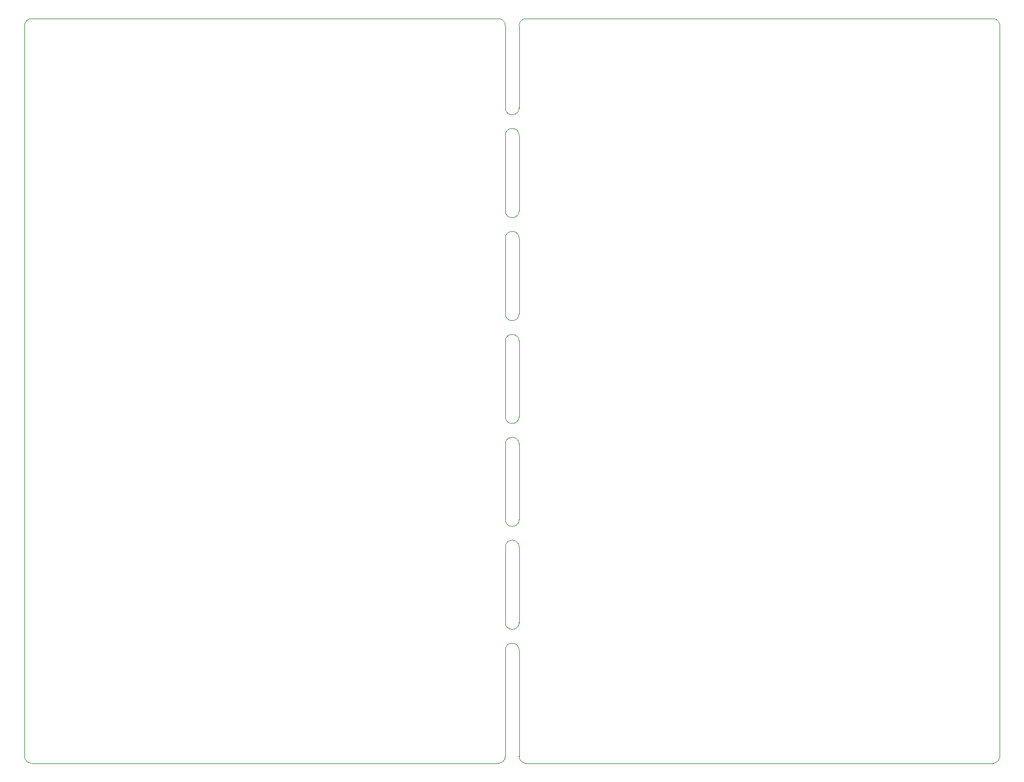
<source format=gm1>
%TF.GenerationSoftware,KiCad,Pcbnew,8.0.6*%
%TF.CreationDate,2024-12-10T23:28:09+00:00*%
%TF.ProjectId,bcm-mixer,62636d2d-6d69-4786-9572-2e6b69636164,rev01*%
%TF.SameCoordinates,Original*%
%TF.FileFunction,Profile,NP*%
%FSLAX46Y46*%
G04 Gerber Fmt 4.6, Leading zero omitted, Abs format (unit mm)*
G04 Created by KiCad (PCBNEW 8.0.6) date 2024-12-10 23:28:09*
%MOMM*%
%LPD*%
G01*
G04 APERTURE LIST*
%TA.AperFunction,Profile*%
%ADD10C,0.050000*%
%TD*%
G04 APERTURE END LIST*
D10*
X174000000Y-53500000D02*
X174000000Y-160000000D01*
X174000000Y-160000000D02*
G75*
G02*
X173000000Y-161000000I-1000000J0D01*
G01*
X173000000Y-161000000D02*
X105000000Y-161000000D01*
X105000000Y-52500000D02*
X173000000Y-52500000D01*
X102000000Y-53500000D02*
X102000000Y-65500000D01*
X101000000Y-161000000D02*
X33000000Y-161000000D01*
X104000000Y-114500000D02*
X104000000Y-125500000D01*
X104000000Y-129500000D02*
X104000000Y-140500000D01*
X32000000Y-53500000D02*
G75*
G02*
X33000000Y-52500000I1000000J0D01*
G01*
X104000000Y-53500000D02*
G75*
G02*
X105000000Y-52500000I1000000J0D01*
G01*
X33000000Y-161000000D02*
G75*
G02*
X32000000Y-160000000I0J1000000D01*
G01*
X102000000Y-99500000D02*
X102000000Y-110500000D01*
X104000000Y-99500000D02*
X104000000Y-110500000D01*
X104000000Y-84500000D02*
X104000000Y-95500000D01*
X102000000Y-84500000D02*
X102000000Y-95500000D01*
X104000000Y-69500000D02*
X104000000Y-80500000D01*
X173000000Y-52500000D02*
G75*
G02*
X174000000Y-53500000I0J-1000000D01*
G01*
X32000000Y-160000000D02*
X32000000Y-53500000D01*
X102000000Y-69500000D02*
X102000000Y-80500000D01*
X102000000Y-160000000D02*
G75*
G02*
X101000000Y-161000000I-1000000J0D01*
G01*
X104000000Y-53500000D02*
X104000000Y-65500000D01*
X101000000Y-52500000D02*
G75*
G02*
X102000000Y-53500000I0J-1000000D01*
G01*
X104000000Y-144500000D02*
X104000000Y-160000000D01*
X102000000Y-129500000D02*
X102000000Y-140500000D01*
X102000000Y-114500000D02*
X102000000Y-125500000D01*
X33000000Y-52500000D02*
X101000000Y-52500000D01*
X102000000Y-144500000D02*
X102000000Y-160000000D01*
X105000000Y-161000000D02*
G75*
G02*
X104000000Y-160000000I0J1000000D01*
G01*
%TO.C,mouse-bite-2mm-slot*%
X102000000Y-114500000D02*
G75*
G02*
X104000000Y-114500000I1000000J0D01*
G01*
X104000000Y-110500000D02*
G75*
G02*
X102000000Y-110500000I-1000000J0D01*
G01*
X102000000Y-99500000D02*
G75*
G02*
X104000000Y-99500000I1000000J0D01*
G01*
X104000000Y-95500000D02*
G75*
G02*
X102000000Y-95500000I-1000000J0D01*
G01*
X102000000Y-129500000D02*
G75*
G02*
X104000000Y-129500000I1000000J0D01*
G01*
X104000000Y-125500000D02*
G75*
G02*
X102000000Y-125500000I-1000000J0D01*
G01*
X102000000Y-144500000D02*
G75*
G02*
X104000000Y-144500000I1000000J0D01*
G01*
X104000000Y-140500000D02*
G75*
G02*
X102000000Y-140500000I-1000000J0D01*
G01*
X102000000Y-69500000D02*
G75*
G02*
X104000000Y-69500000I1000000J0D01*
G01*
X104000000Y-65500000D02*
G75*
G02*
X102000000Y-65500000I-1000000J0D01*
G01*
X102000000Y-84500000D02*
G75*
G02*
X104000000Y-84500000I1000000J0D01*
G01*
X104000000Y-80500000D02*
G75*
G02*
X102000000Y-80500000I-1000000J0D01*
G01*
%TD*%
M02*

</source>
